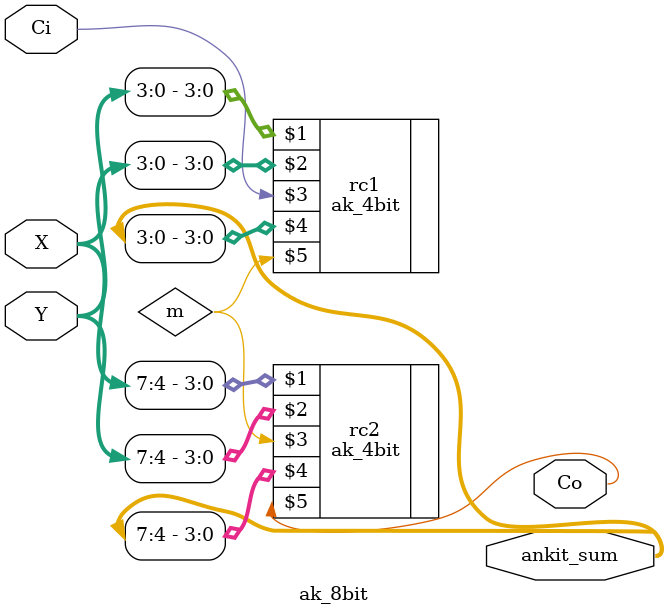
<source format=v>
`timescale 1ns / 1ps


module ak_8bit(
    input [7:0] X,
    input [7:0] Y,
    input Ci,
    output [7:0] ankit_sum,
    output Co
    );
wire m;
ak_4bit rc1(X[3:0],Y[3:0],Ci,ankit_sum[3:0],m);
ak_4bit rc2(X[7:4],Y[7:4],m,ankit_sum[7:4],Co);
endmodule

</source>
